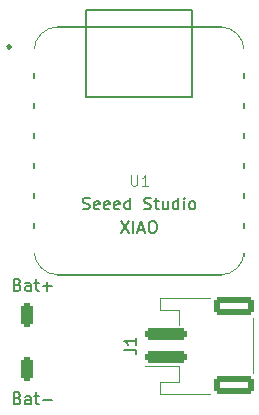
<source format=gbr>
%TF.GenerationSoftware,KiCad,Pcbnew,8.0.3*%
%TF.CreationDate,2024-07-16T20:28:35-05:00*%
%TF.ProjectId,XiaoSensePcb,5869616f-5365-46e7-9365-5063622e6b69,rev?*%
%TF.SameCoordinates,Original*%
%TF.FileFunction,Legend,Top*%
%TF.FilePolarity,Positive*%
%FSLAX46Y46*%
G04 Gerber Fmt 4.6, Leading zero omitted, Abs format (unit mm)*
G04 Created by KiCad (PCBNEW 8.0.3) date 2024-07-16 20:28:35*
%MOMM*%
%LPD*%
G01*
G04 APERTURE LIST*
G04 Aperture macros list*
%AMRoundRect*
0 Rectangle with rounded corners*
0 $1 Rounding radius*
0 $2 $3 $4 $5 $6 $7 $8 $9 X,Y pos of 4 corners*
0 Add a 4 corners polygon primitive as box body*
4,1,4,$2,$3,$4,$5,$6,$7,$8,$9,$2,$3,0*
0 Add four circle primitives for the rounded corners*
1,1,$1+$1,$2,$3*
1,1,$1+$1,$4,$5*
1,1,$1+$1,$6,$7*
1,1,$1+$1,$8,$9*
0 Add four rect primitives between the rounded corners*
20,1,$1+$1,$2,$3,$4,$5,0*
20,1,$1+$1,$4,$5,$6,$7,0*
20,1,$1+$1,$6,$7,$8,$9,0*
20,1,$1+$1,$8,$9,$2,$3,0*%
G04 Aperture macros list end*
%ADD10C,0.101600*%
%ADD11C,0.150000*%
%ADD12C,0.127000*%
%ADD13C,0.120000*%
%ADD14C,0.254000*%
%ADD15C,0.025400*%
%ADD16R,3.000000X2.000000*%
%ADD17C,1.500000*%
%ADD18R,1.300000X2.300000*%
%ADD19R,2.300000X1.300000*%
%ADD20RoundRect,0.250001X1.449999X-0.499999X1.449999X0.499999X-1.449999X0.499999X-1.449999X-0.499999X0*%
%ADD21RoundRect,0.250000X1.500000X-0.250000X1.500000X0.250000X-1.500000X0.250000X-1.500000X-0.250000X0*%
%ADD22RoundRect,0.250000X-0.250000X-0.750000X0.250000X-0.750000X0.250000X0.750000X-0.250000X0.750000X0*%
G04 APERTURE END LIST*
D10*
X97322666Y-94056985D02*
X97322666Y-94776652D01*
X97322666Y-94776652D02*
X97365000Y-94861318D01*
X97365000Y-94861318D02*
X97407333Y-94903652D01*
X97407333Y-94903652D02*
X97492000Y-94945985D01*
X97492000Y-94945985D02*
X97661333Y-94945985D01*
X97661333Y-94945985D02*
X97746000Y-94903652D01*
X97746000Y-94903652D02*
X97788333Y-94861318D01*
X97788333Y-94861318D02*
X97830666Y-94776652D01*
X97830666Y-94776652D02*
X97830666Y-94056985D01*
X98719666Y-94945985D02*
X98211666Y-94945985D01*
X98465666Y-94945985D02*
X98465666Y-94056985D01*
X98465666Y-94056985D02*
X98380999Y-94183985D01*
X98380999Y-94183985D02*
X98296333Y-94268652D01*
X98296333Y-94268652D02*
X98211666Y-94310985D01*
D11*
X96476191Y-97954819D02*
X97142857Y-98954819D01*
X97142857Y-97954819D02*
X96476191Y-98954819D01*
X97523810Y-98954819D02*
X97523810Y-97954819D01*
X97952381Y-98669104D02*
X98428571Y-98669104D01*
X97857143Y-98954819D02*
X98190476Y-97954819D01*
X98190476Y-97954819D02*
X98523809Y-98954819D01*
X99047619Y-97954819D02*
X99238095Y-97954819D01*
X99238095Y-97954819D02*
X99333333Y-98002438D01*
X99333333Y-98002438D02*
X99428571Y-98097676D01*
X99428571Y-98097676D02*
X99476190Y-98288152D01*
X99476190Y-98288152D02*
X99476190Y-98621485D01*
X99476190Y-98621485D02*
X99428571Y-98811961D01*
X99428571Y-98811961D02*
X99333333Y-98907200D01*
X99333333Y-98907200D02*
X99238095Y-98954819D01*
X99238095Y-98954819D02*
X99047619Y-98954819D01*
X99047619Y-98954819D02*
X98952381Y-98907200D01*
X98952381Y-98907200D02*
X98857143Y-98811961D01*
X98857143Y-98811961D02*
X98809524Y-98621485D01*
X98809524Y-98621485D02*
X98809524Y-98288152D01*
X98809524Y-98288152D02*
X98857143Y-98097676D01*
X98857143Y-98097676D02*
X98952381Y-98002438D01*
X98952381Y-98002438D02*
X99047619Y-97954819D01*
X93238095Y-96907200D02*
X93380952Y-96954819D01*
X93380952Y-96954819D02*
X93619047Y-96954819D01*
X93619047Y-96954819D02*
X93714285Y-96907200D01*
X93714285Y-96907200D02*
X93761904Y-96859580D01*
X93761904Y-96859580D02*
X93809523Y-96764342D01*
X93809523Y-96764342D02*
X93809523Y-96669104D01*
X93809523Y-96669104D02*
X93761904Y-96573866D01*
X93761904Y-96573866D02*
X93714285Y-96526247D01*
X93714285Y-96526247D02*
X93619047Y-96478628D01*
X93619047Y-96478628D02*
X93428571Y-96431009D01*
X93428571Y-96431009D02*
X93333333Y-96383390D01*
X93333333Y-96383390D02*
X93285714Y-96335771D01*
X93285714Y-96335771D02*
X93238095Y-96240533D01*
X93238095Y-96240533D02*
X93238095Y-96145295D01*
X93238095Y-96145295D02*
X93285714Y-96050057D01*
X93285714Y-96050057D02*
X93333333Y-96002438D01*
X93333333Y-96002438D02*
X93428571Y-95954819D01*
X93428571Y-95954819D02*
X93666666Y-95954819D01*
X93666666Y-95954819D02*
X93809523Y-96002438D01*
X94619047Y-96907200D02*
X94523809Y-96954819D01*
X94523809Y-96954819D02*
X94333333Y-96954819D01*
X94333333Y-96954819D02*
X94238095Y-96907200D01*
X94238095Y-96907200D02*
X94190476Y-96811961D01*
X94190476Y-96811961D02*
X94190476Y-96431009D01*
X94190476Y-96431009D02*
X94238095Y-96335771D01*
X94238095Y-96335771D02*
X94333333Y-96288152D01*
X94333333Y-96288152D02*
X94523809Y-96288152D01*
X94523809Y-96288152D02*
X94619047Y-96335771D01*
X94619047Y-96335771D02*
X94666666Y-96431009D01*
X94666666Y-96431009D02*
X94666666Y-96526247D01*
X94666666Y-96526247D02*
X94190476Y-96621485D01*
X95476190Y-96907200D02*
X95380952Y-96954819D01*
X95380952Y-96954819D02*
X95190476Y-96954819D01*
X95190476Y-96954819D02*
X95095238Y-96907200D01*
X95095238Y-96907200D02*
X95047619Y-96811961D01*
X95047619Y-96811961D02*
X95047619Y-96431009D01*
X95047619Y-96431009D02*
X95095238Y-96335771D01*
X95095238Y-96335771D02*
X95190476Y-96288152D01*
X95190476Y-96288152D02*
X95380952Y-96288152D01*
X95380952Y-96288152D02*
X95476190Y-96335771D01*
X95476190Y-96335771D02*
X95523809Y-96431009D01*
X95523809Y-96431009D02*
X95523809Y-96526247D01*
X95523809Y-96526247D02*
X95047619Y-96621485D01*
X96333333Y-96907200D02*
X96238095Y-96954819D01*
X96238095Y-96954819D02*
X96047619Y-96954819D01*
X96047619Y-96954819D02*
X95952381Y-96907200D01*
X95952381Y-96907200D02*
X95904762Y-96811961D01*
X95904762Y-96811961D02*
X95904762Y-96431009D01*
X95904762Y-96431009D02*
X95952381Y-96335771D01*
X95952381Y-96335771D02*
X96047619Y-96288152D01*
X96047619Y-96288152D02*
X96238095Y-96288152D01*
X96238095Y-96288152D02*
X96333333Y-96335771D01*
X96333333Y-96335771D02*
X96380952Y-96431009D01*
X96380952Y-96431009D02*
X96380952Y-96526247D01*
X96380952Y-96526247D02*
X95904762Y-96621485D01*
X97238095Y-96954819D02*
X97238095Y-95954819D01*
X97238095Y-96907200D02*
X97142857Y-96954819D01*
X97142857Y-96954819D02*
X96952381Y-96954819D01*
X96952381Y-96954819D02*
X96857143Y-96907200D01*
X96857143Y-96907200D02*
X96809524Y-96859580D01*
X96809524Y-96859580D02*
X96761905Y-96764342D01*
X96761905Y-96764342D02*
X96761905Y-96478628D01*
X96761905Y-96478628D02*
X96809524Y-96383390D01*
X96809524Y-96383390D02*
X96857143Y-96335771D01*
X96857143Y-96335771D02*
X96952381Y-96288152D01*
X96952381Y-96288152D02*
X97142857Y-96288152D01*
X97142857Y-96288152D02*
X97238095Y-96335771D01*
X98428572Y-96907200D02*
X98571429Y-96954819D01*
X98571429Y-96954819D02*
X98809524Y-96954819D01*
X98809524Y-96954819D02*
X98904762Y-96907200D01*
X98904762Y-96907200D02*
X98952381Y-96859580D01*
X98952381Y-96859580D02*
X99000000Y-96764342D01*
X99000000Y-96764342D02*
X99000000Y-96669104D01*
X99000000Y-96669104D02*
X98952381Y-96573866D01*
X98952381Y-96573866D02*
X98904762Y-96526247D01*
X98904762Y-96526247D02*
X98809524Y-96478628D01*
X98809524Y-96478628D02*
X98619048Y-96431009D01*
X98619048Y-96431009D02*
X98523810Y-96383390D01*
X98523810Y-96383390D02*
X98476191Y-96335771D01*
X98476191Y-96335771D02*
X98428572Y-96240533D01*
X98428572Y-96240533D02*
X98428572Y-96145295D01*
X98428572Y-96145295D02*
X98476191Y-96050057D01*
X98476191Y-96050057D02*
X98523810Y-96002438D01*
X98523810Y-96002438D02*
X98619048Y-95954819D01*
X98619048Y-95954819D02*
X98857143Y-95954819D01*
X98857143Y-95954819D02*
X99000000Y-96002438D01*
X99285715Y-96288152D02*
X99666667Y-96288152D01*
X99428572Y-95954819D02*
X99428572Y-96811961D01*
X99428572Y-96811961D02*
X99476191Y-96907200D01*
X99476191Y-96907200D02*
X99571429Y-96954819D01*
X99571429Y-96954819D02*
X99666667Y-96954819D01*
X100428572Y-96288152D02*
X100428572Y-96954819D01*
X100000001Y-96288152D02*
X100000001Y-96811961D01*
X100000001Y-96811961D02*
X100047620Y-96907200D01*
X100047620Y-96907200D02*
X100142858Y-96954819D01*
X100142858Y-96954819D02*
X100285715Y-96954819D01*
X100285715Y-96954819D02*
X100380953Y-96907200D01*
X100380953Y-96907200D02*
X100428572Y-96859580D01*
X101333334Y-96954819D02*
X101333334Y-95954819D01*
X101333334Y-96907200D02*
X101238096Y-96954819D01*
X101238096Y-96954819D02*
X101047620Y-96954819D01*
X101047620Y-96954819D02*
X100952382Y-96907200D01*
X100952382Y-96907200D02*
X100904763Y-96859580D01*
X100904763Y-96859580D02*
X100857144Y-96764342D01*
X100857144Y-96764342D02*
X100857144Y-96478628D01*
X100857144Y-96478628D02*
X100904763Y-96383390D01*
X100904763Y-96383390D02*
X100952382Y-96335771D01*
X100952382Y-96335771D02*
X101047620Y-96288152D01*
X101047620Y-96288152D02*
X101238096Y-96288152D01*
X101238096Y-96288152D02*
X101333334Y-96335771D01*
X101809525Y-96954819D02*
X101809525Y-96288152D01*
X101809525Y-95954819D02*
X101761906Y-96002438D01*
X101761906Y-96002438D02*
X101809525Y-96050057D01*
X101809525Y-96050057D02*
X101857144Y-96002438D01*
X101857144Y-96002438D02*
X101809525Y-95954819D01*
X101809525Y-95954819D02*
X101809525Y-96050057D01*
X102428572Y-96954819D02*
X102333334Y-96907200D01*
X102333334Y-96907200D02*
X102285715Y-96859580D01*
X102285715Y-96859580D02*
X102238096Y-96764342D01*
X102238096Y-96764342D02*
X102238096Y-96478628D01*
X102238096Y-96478628D02*
X102285715Y-96383390D01*
X102285715Y-96383390D02*
X102333334Y-96335771D01*
X102333334Y-96335771D02*
X102428572Y-96288152D01*
X102428572Y-96288152D02*
X102571429Y-96288152D01*
X102571429Y-96288152D02*
X102666667Y-96335771D01*
X102666667Y-96335771D02*
X102714286Y-96383390D01*
X102714286Y-96383390D02*
X102761905Y-96478628D01*
X102761905Y-96478628D02*
X102761905Y-96764342D01*
X102761905Y-96764342D02*
X102714286Y-96859580D01*
X102714286Y-96859580D02*
X102666667Y-96907200D01*
X102666667Y-96907200D02*
X102571429Y-96954819D01*
X102571429Y-96954819D02*
X102428572Y-96954819D01*
X96754819Y-108833333D02*
X97469104Y-108833333D01*
X97469104Y-108833333D02*
X97611961Y-108880952D01*
X97611961Y-108880952D02*
X97707200Y-108976190D01*
X97707200Y-108976190D02*
X97754819Y-109119047D01*
X97754819Y-109119047D02*
X97754819Y-109214285D01*
X97754819Y-107833333D02*
X97754819Y-108404761D01*
X97754819Y-108119047D02*
X96754819Y-108119047D01*
X96754819Y-108119047D02*
X96897676Y-108214285D01*
X96897676Y-108214285D02*
X96992914Y-108309523D01*
X96992914Y-108309523D02*
X97040533Y-108404761D01*
X87714285Y-103321009D02*
X87857142Y-103368628D01*
X87857142Y-103368628D02*
X87904761Y-103416247D01*
X87904761Y-103416247D02*
X87952380Y-103511485D01*
X87952380Y-103511485D02*
X87952380Y-103654342D01*
X87952380Y-103654342D02*
X87904761Y-103749580D01*
X87904761Y-103749580D02*
X87857142Y-103797200D01*
X87857142Y-103797200D02*
X87761904Y-103844819D01*
X87761904Y-103844819D02*
X87380952Y-103844819D01*
X87380952Y-103844819D02*
X87380952Y-102844819D01*
X87380952Y-102844819D02*
X87714285Y-102844819D01*
X87714285Y-102844819D02*
X87809523Y-102892438D01*
X87809523Y-102892438D02*
X87857142Y-102940057D01*
X87857142Y-102940057D02*
X87904761Y-103035295D01*
X87904761Y-103035295D02*
X87904761Y-103130533D01*
X87904761Y-103130533D02*
X87857142Y-103225771D01*
X87857142Y-103225771D02*
X87809523Y-103273390D01*
X87809523Y-103273390D02*
X87714285Y-103321009D01*
X87714285Y-103321009D02*
X87380952Y-103321009D01*
X88809523Y-103844819D02*
X88809523Y-103321009D01*
X88809523Y-103321009D02*
X88761904Y-103225771D01*
X88761904Y-103225771D02*
X88666666Y-103178152D01*
X88666666Y-103178152D02*
X88476190Y-103178152D01*
X88476190Y-103178152D02*
X88380952Y-103225771D01*
X88809523Y-103797200D02*
X88714285Y-103844819D01*
X88714285Y-103844819D02*
X88476190Y-103844819D01*
X88476190Y-103844819D02*
X88380952Y-103797200D01*
X88380952Y-103797200D02*
X88333333Y-103701961D01*
X88333333Y-103701961D02*
X88333333Y-103606723D01*
X88333333Y-103606723D02*
X88380952Y-103511485D01*
X88380952Y-103511485D02*
X88476190Y-103463866D01*
X88476190Y-103463866D02*
X88714285Y-103463866D01*
X88714285Y-103463866D02*
X88809523Y-103416247D01*
X89142857Y-103178152D02*
X89523809Y-103178152D01*
X89285714Y-102844819D02*
X89285714Y-103701961D01*
X89285714Y-103701961D02*
X89333333Y-103797200D01*
X89333333Y-103797200D02*
X89428571Y-103844819D01*
X89428571Y-103844819D02*
X89523809Y-103844819D01*
X89857143Y-103463866D02*
X90619048Y-103463866D01*
X90238095Y-103844819D02*
X90238095Y-103082914D01*
X87714285Y-112931009D02*
X87857142Y-112978628D01*
X87857142Y-112978628D02*
X87904761Y-113026247D01*
X87904761Y-113026247D02*
X87952380Y-113121485D01*
X87952380Y-113121485D02*
X87952380Y-113264342D01*
X87952380Y-113264342D02*
X87904761Y-113359580D01*
X87904761Y-113359580D02*
X87857142Y-113407200D01*
X87857142Y-113407200D02*
X87761904Y-113454819D01*
X87761904Y-113454819D02*
X87380952Y-113454819D01*
X87380952Y-113454819D02*
X87380952Y-112454819D01*
X87380952Y-112454819D02*
X87714285Y-112454819D01*
X87714285Y-112454819D02*
X87809523Y-112502438D01*
X87809523Y-112502438D02*
X87857142Y-112550057D01*
X87857142Y-112550057D02*
X87904761Y-112645295D01*
X87904761Y-112645295D02*
X87904761Y-112740533D01*
X87904761Y-112740533D02*
X87857142Y-112835771D01*
X87857142Y-112835771D02*
X87809523Y-112883390D01*
X87809523Y-112883390D02*
X87714285Y-112931009D01*
X87714285Y-112931009D02*
X87380952Y-112931009D01*
X88809523Y-113454819D02*
X88809523Y-112931009D01*
X88809523Y-112931009D02*
X88761904Y-112835771D01*
X88761904Y-112835771D02*
X88666666Y-112788152D01*
X88666666Y-112788152D02*
X88476190Y-112788152D01*
X88476190Y-112788152D02*
X88380952Y-112835771D01*
X88809523Y-113407200D02*
X88714285Y-113454819D01*
X88714285Y-113454819D02*
X88476190Y-113454819D01*
X88476190Y-113454819D02*
X88380952Y-113407200D01*
X88380952Y-113407200D02*
X88333333Y-113311961D01*
X88333333Y-113311961D02*
X88333333Y-113216723D01*
X88333333Y-113216723D02*
X88380952Y-113121485D01*
X88380952Y-113121485D02*
X88476190Y-113073866D01*
X88476190Y-113073866D02*
X88714285Y-113073866D01*
X88714285Y-113073866D02*
X88809523Y-113026247D01*
X89142857Y-112788152D02*
X89523809Y-112788152D01*
X89285714Y-112454819D02*
X89285714Y-113311961D01*
X89285714Y-113311961D02*
X89333333Y-113407200D01*
X89333333Y-113407200D02*
X89428571Y-113454819D01*
X89428571Y-113454819D02*
X89523809Y-113454819D01*
X89857143Y-113073866D02*
X90619048Y-113073866D01*
D12*
%TO.C,U1*%
X106900000Y-100500000D02*
X106900000Y-83500000D01*
X102500000Y-87429270D02*
X93500000Y-87429270D01*
X102500000Y-80075970D02*
X102500000Y-87429270D01*
X89100000Y-83500000D02*
X89100000Y-100500000D01*
X93500000Y-80075970D02*
X102500000Y-80075970D01*
X104900000Y-81500910D02*
X91100000Y-81500910D01*
X93500000Y-87429270D02*
X93500000Y-80075970D01*
X91100000Y-102500000D02*
X104900000Y-102500000D01*
D13*
X106900000Y-100500000D02*
G75*
G02*
X104900000Y-102500000I-2000000J0D01*
G01*
X104900000Y-81500000D02*
G75*
G02*
X106900000Y-83500000I-44610J-2044610D01*
G01*
X91100000Y-102500000D02*
G75*
G02*
X89100000Y-100500000I44857J2044857D01*
G01*
X89100000Y-83500000D02*
G75*
G02*
X91100000Y-81500000I2044612J-44612D01*
G01*
D14*
X87127000Y-83200000D02*
G75*
G02*
X86873000Y-83200000I-127000J0D01*
G01*
X86873000Y-83200000D02*
G75*
G02*
X87127000Y-83200000I127000J0D01*
G01*
D15*
X106887713Y-100570850D02*
X106884665Y-100619618D01*
X106880601Y-100668639D01*
X106875268Y-100717407D01*
X106868664Y-100766175D01*
X106861044Y-100814690D01*
X106852153Y-100862950D01*
X106842248Y-100910955D01*
X106889492Y-100521574D01*
X106887713Y-100570850D01*
X89112285Y-83438295D02*
X89115333Y-83389527D01*
X89119397Y-83340506D01*
X89112285Y-83438295D01*
D13*
%TO.C,J1*%
X104040000Y-104440000D02*
X99790000Y-104440000D01*
X99790000Y-104440000D02*
X99790000Y-105460000D01*
X101390000Y-105460000D02*
X101390000Y-106740000D01*
X99790000Y-105460000D02*
X101390000Y-105460000D01*
X101390000Y-110260000D02*
X98500000Y-110260000D01*
X107610000Y-110840000D02*
X107610000Y-106160000D01*
X101390000Y-111540000D02*
X101390000Y-110260000D01*
X99790000Y-111540000D02*
X101390000Y-111540000D01*
X104040000Y-112560000D02*
X99790000Y-112560000D01*
X99790000Y-112560000D02*
X99790000Y-111540000D01*
%TD*%
%LPC*%
D16*
%TO.C,U1*%
X89500000Y-84380000D03*
X89500000Y-86920000D03*
X89500000Y-89460000D03*
X89500000Y-92000000D03*
X89500000Y-94540000D03*
X89500000Y-97080000D03*
X89500000Y-99620000D03*
X106500000Y-99620000D03*
X106500000Y-97080000D03*
X106500000Y-94540000D03*
X106500000Y-92000000D03*
X106500000Y-89460000D03*
X106500000Y-86920000D03*
X106500000Y-84380000D03*
D17*
X96730000Y-83610000D03*
X99270000Y-83610000D03*
X96730000Y-86150000D03*
X99270000Y-86150000D03*
D18*
X101800000Y-101250000D03*
X103700000Y-101250000D03*
D19*
X93500000Y-89800000D03*
X93500000Y-91700000D03*
%TD*%
D20*
%TO.C,J1*%
X106000000Y-105150000D03*
X106000000Y-111850000D03*
D21*
X100250000Y-107500000D03*
X100250000Y-109500000D03*
%TD*%
D22*
%TO.C,Bat+*%
X88500000Y-105890000D03*
%TD*%
%TO.C,Bat-*%
X88500000Y-110500000D03*
%TD*%
%LPD*%
M02*

</source>
